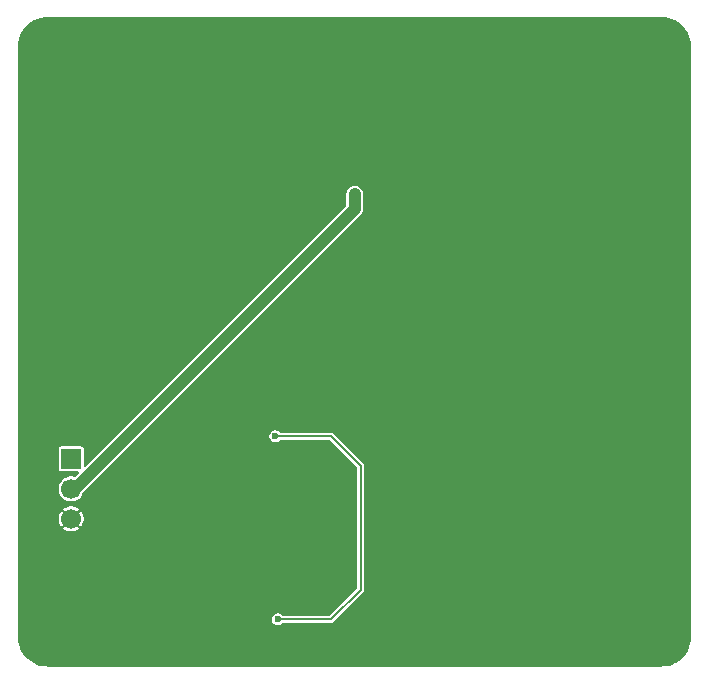
<source format=gbr>
G04 #@! TF.GenerationSoftware,KiCad,Pcbnew,9.0.6*
G04 #@! TF.CreationDate,2025-12-23T18:22:04-05:00*
G04 #@! TF.ProjectId,project-bed-light,70726f6a-6563-4742-9d62-65642d6c6967,rev?*
G04 #@! TF.SameCoordinates,Original*
G04 #@! TF.FileFunction,Copper,L2,Bot*
G04 #@! TF.FilePolarity,Positive*
%FSLAX46Y46*%
G04 Gerber Fmt 4.6, Leading zero omitted, Abs format (unit mm)*
G04 Created by KiCad (PCBNEW 9.0.6) date 2025-12-23 18:22:04*
%MOMM*%
%LPD*%
G01*
G04 APERTURE LIST*
G04 #@! TA.AperFunction,ComponentPad*
%ADD10C,4.500000*%
G04 #@! TD*
G04 #@! TA.AperFunction,ComponentPad*
%ADD11R,1.700000X1.700000*%
G04 #@! TD*
G04 #@! TA.AperFunction,ComponentPad*
%ADD12C,1.700000*%
G04 #@! TD*
G04 #@! TA.AperFunction,ViaPad*
%ADD13C,0.600000*%
G04 #@! TD*
G04 #@! TA.AperFunction,Conductor*
%ADD14C,1.000000*%
G04 #@! TD*
G04 #@! TA.AperFunction,Conductor*
%ADD15C,0.200000*%
G04 #@! TD*
G04 APERTURE END LIST*
D10*
G04 #@! TO.P,H1,1,1*
G04 #@! TO.N,GND*
X24000000Y-24000000D03*
G04 #@! TD*
D11*
G04 #@! TO.P,J3,1,Pin_1*
G04 #@! TO.N,+3.3V*
X26000000Y-58920000D03*
D12*
G04 #@! TO.P,J3,2,Pin_2*
G04 #@! TO.N,+5V*
X26000000Y-61460000D03*
G04 #@! TO.P,J3,3,Pin_3*
G04 #@! TO.N,GND*
X26000000Y-64000000D03*
G04 #@! TD*
D10*
G04 #@! TO.P,H4,1,1*
G04 #@! TO.N,GND*
X76000000Y-74000000D03*
G04 #@! TD*
G04 #@! TO.P,H3,1,1*
G04 #@! TO.N,GND*
X24000000Y-74000000D03*
G04 #@! TD*
D13*
G04 #@! TO.N,GND*
X57250000Y-58250000D03*
X53000000Y-58250000D03*
X76500000Y-27750000D03*
X76500000Y-26250000D03*
X76500000Y-27000000D03*
X61500000Y-27750000D03*
X61500000Y-26250000D03*
X61500000Y-27000000D03*
X22500000Y-38000000D03*
X22500000Y-30000000D03*
X45250000Y-29000000D03*
X75500000Y-46000000D03*
X75500000Y-44000000D03*
X75500000Y-45000000D03*
X67250000Y-60500000D03*
X68700528Y-60512186D03*
X68000000Y-60500000D03*
X68750000Y-75500000D03*
X68000000Y-75500000D03*
X67250000Y-75500000D03*
X53200000Y-69000000D03*
X43750000Y-69750000D03*
X45500000Y-65750000D03*
X39000000Y-72250000D03*
X46250000Y-70750000D03*
X43750000Y-66500000D03*
X49000000Y-64250000D03*
X48250000Y-64250000D03*
X47500000Y-64250000D03*
X47500000Y-63250000D03*
X47500000Y-61750000D03*
X47500000Y-62500000D03*
X47500000Y-60000000D03*
X47500000Y-58500000D03*
X47500000Y-59250000D03*
G04 #@! TO.N,+5V*
X43500000Y-72500000D03*
X43275000Y-57000000D03*
X50000000Y-36500000D03*
G04 #@! TD*
D14*
G04 #@! TO.N,+5V*
X50000000Y-37750000D02*
X50000000Y-36500000D01*
D15*
X50500000Y-70000000D02*
X48000000Y-72500000D01*
X48000000Y-72500000D02*
X43500000Y-72500000D01*
D14*
X26000000Y-61460000D02*
X26290000Y-61460000D01*
D15*
X48000000Y-57000000D02*
X50500000Y-59500000D01*
X43275000Y-57000000D02*
X48000000Y-57000000D01*
D14*
X26290000Y-61460000D02*
X50000000Y-37750000D01*
D15*
X50500000Y-59500000D02*
X50500000Y-70000000D01*
G04 #@! TD*
G04 #@! TA.AperFunction,Conductor*
G04 #@! TO.N,GND*
G36*
X76002992Y-21500681D02*
G01*
X76295309Y-21518362D01*
X76307164Y-21519802D01*
X76592281Y-21572051D01*
X76603883Y-21574911D01*
X76880623Y-21661147D01*
X76891786Y-21665380D01*
X77156119Y-21784347D01*
X77166704Y-21789903D01*
X77414758Y-21939856D01*
X77424583Y-21946638D01*
X77652755Y-22125399D01*
X77661704Y-22133326D01*
X77866673Y-22338295D01*
X77874600Y-22347244D01*
X77995481Y-22501538D01*
X78053356Y-22575409D01*
X78060147Y-22585248D01*
X78210096Y-22833295D01*
X78215652Y-22843880D01*
X78334616Y-23108206D01*
X78338855Y-23119384D01*
X78425087Y-23396113D01*
X78427948Y-23407721D01*
X78480196Y-23692828D01*
X78481637Y-23704695D01*
X78499319Y-23997006D01*
X78499500Y-24002984D01*
X78499500Y-73997015D01*
X78499319Y-74002993D01*
X78481637Y-74295304D01*
X78480196Y-74307171D01*
X78427948Y-74592278D01*
X78425087Y-74603886D01*
X78338855Y-74880615D01*
X78334616Y-74891793D01*
X78215652Y-75156119D01*
X78210096Y-75166704D01*
X78060147Y-75414751D01*
X78053356Y-75424590D01*
X77874600Y-75652755D01*
X77866673Y-75661704D01*
X77661704Y-75866673D01*
X77652755Y-75874600D01*
X77424590Y-76053356D01*
X77414751Y-76060147D01*
X77166704Y-76210096D01*
X77156119Y-76215652D01*
X76891793Y-76334616D01*
X76880615Y-76338855D01*
X76603886Y-76425087D01*
X76592278Y-76427948D01*
X76307171Y-76480196D01*
X76295304Y-76481637D01*
X76023993Y-76498048D01*
X76002991Y-76499319D01*
X75997015Y-76499500D01*
X24002985Y-76499500D01*
X23997008Y-76499319D01*
X23973564Y-76497900D01*
X23704695Y-76481637D01*
X23692828Y-76480196D01*
X23407721Y-76427948D01*
X23396113Y-76425087D01*
X23119384Y-76338855D01*
X23108206Y-76334616D01*
X22843880Y-76215652D01*
X22833295Y-76210096D01*
X22585248Y-76060147D01*
X22575413Y-76053358D01*
X22347244Y-75874600D01*
X22338295Y-75866673D01*
X22133326Y-75661704D01*
X22125399Y-75652755D01*
X21946638Y-75424583D01*
X21939856Y-75414758D01*
X21789903Y-75166704D01*
X21784347Y-75156119D01*
X21665383Y-74891793D01*
X21661147Y-74880623D01*
X21574911Y-74603883D01*
X21572051Y-74592278D01*
X21519803Y-74307171D01*
X21518362Y-74295303D01*
X21500681Y-74002992D01*
X21500500Y-73997015D01*
X21500500Y-63896581D01*
X24950000Y-63896581D01*
X24950000Y-64103418D01*
X24990349Y-64306272D01*
X25069501Y-64497360D01*
X25069508Y-64497374D01*
X25184405Y-64669329D01*
X25186826Y-64671750D01*
X25582210Y-64276365D01*
X25599901Y-64307007D01*
X25692993Y-64400099D01*
X25723632Y-64417788D01*
X25328249Y-64813173D01*
X25330670Y-64815594D01*
X25502625Y-64930491D01*
X25502639Y-64930498D01*
X25693727Y-65009650D01*
X25896581Y-65049999D01*
X25896586Y-65050000D01*
X26103414Y-65050000D01*
X26103418Y-65049999D01*
X26306272Y-65009650D01*
X26497360Y-64930498D01*
X26497366Y-64930495D01*
X26669333Y-64815591D01*
X26671750Y-64813173D01*
X26276366Y-64417789D01*
X26307007Y-64400099D01*
X26400099Y-64307007D01*
X26417789Y-64276366D01*
X26813173Y-64671750D01*
X26815591Y-64669333D01*
X26930495Y-64497366D01*
X26930498Y-64497360D01*
X27009650Y-64306272D01*
X27049999Y-64103418D01*
X27050000Y-64103413D01*
X27050000Y-63896586D01*
X27049999Y-63896581D01*
X27009650Y-63693727D01*
X26930498Y-63502639D01*
X26930491Y-63502625D01*
X26815594Y-63330670D01*
X26813173Y-63328249D01*
X26417788Y-63723632D01*
X26400099Y-63692993D01*
X26307007Y-63599901D01*
X26276365Y-63582210D01*
X26671750Y-63186826D01*
X26669329Y-63184405D01*
X26497374Y-63069508D01*
X26497360Y-63069501D01*
X26306272Y-62990349D01*
X26103418Y-62950000D01*
X25896581Y-62950000D01*
X25693727Y-62990349D01*
X25502639Y-63069501D01*
X25502630Y-63069505D01*
X25330665Y-63184410D01*
X25328248Y-63186825D01*
X25723633Y-63582210D01*
X25692993Y-63599901D01*
X25599901Y-63692993D01*
X25582210Y-63723633D01*
X25186825Y-63328248D01*
X25184410Y-63330665D01*
X25069505Y-63502630D01*
X25069501Y-63502639D01*
X24990349Y-63693727D01*
X24950000Y-63896581D01*
X21500500Y-63896581D01*
X21500500Y-58050253D01*
X24949500Y-58050253D01*
X24949500Y-59789746D01*
X24949501Y-59789758D01*
X24961132Y-59848227D01*
X24961133Y-59848231D01*
X25005448Y-59914552D01*
X25071769Y-59958867D01*
X25116231Y-59967711D01*
X25130241Y-59970498D01*
X25130246Y-59970498D01*
X25130252Y-59970500D01*
X26549836Y-59970500D01*
X26608027Y-59989407D01*
X26643991Y-60038907D01*
X26643991Y-60100093D01*
X26619839Y-60139504D01*
X26346383Y-60412958D01*
X26291867Y-60440735D01*
X26257067Y-60440052D01*
X26103470Y-60409500D01*
X26103465Y-60409500D01*
X25896535Y-60409500D01*
X25896532Y-60409500D01*
X25693581Y-60449869D01*
X25502402Y-60529058D01*
X25330348Y-60644020D01*
X25184020Y-60790348D01*
X25069058Y-60962402D01*
X24989869Y-61153581D01*
X24949500Y-61356532D01*
X24949500Y-61563467D01*
X24989869Y-61766418D01*
X25069058Y-61957597D01*
X25069059Y-61957598D01*
X25184023Y-62129655D01*
X25330345Y-62275977D01*
X25502402Y-62390941D01*
X25693580Y-62470130D01*
X25896535Y-62510500D01*
X25896536Y-62510500D01*
X26103464Y-62510500D01*
X26103465Y-62510500D01*
X26306420Y-62470130D01*
X26497598Y-62390941D01*
X26669655Y-62275977D01*
X26815977Y-62129655D01*
X26930941Y-61957598D01*
X27010130Y-61766420D01*
X27013183Y-61751069D01*
X27040275Y-61700380D01*
X31806547Y-56934108D01*
X42774500Y-56934108D01*
X42774500Y-57065892D01*
X42804579Y-57178151D01*
X42808609Y-57193190D01*
X42874496Y-57307309D01*
X42874498Y-57307311D01*
X42874500Y-57307314D01*
X42967686Y-57400500D01*
X42967688Y-57400501D01*
X42967690Y-57400503D01*
X43081810Y-57466390D01*
X43081808Y-57466390D01*
X43081812Y-57466391D01*
X43081814Y-57466392D01*
X43209108Y-57500500D01*
X43209110Y-57500500D01*
X43340890Y-57500500D01*
X43340892Y-57500500D01*
X43468186Y-57466392D01*
X43468188Y-57466390D01*
X43468190Y-57466390D01*
X43582309Y-57400503D01*
X43582309Y-57400502D01*
X43582314Y-57400500D01*
X43653319Y-57329494D01*
X43707834Y-57301719D01*
X43723321Y-57300500D01*
X47834521Y-57300500D01*
X47892712Y-57319407D01*
X47904525Y-57329496D01*
X50170504Y-59595475D01*
X50198281Y-59649992D01*
X50199500Y-59665479D01*
X50199500Y-69834521D01*
X50180593Y-69892712D01*
X50170504Y-69904525D01*
X47904525Y-72170504D01*
X47850008Y-72198281D01*
X47834521Y-72199500D01*
X43948321Y-72199500D01*
X43890130Y-72180593D01*
X43878323Y-72170509D01*
X43807314Y-72099500D01*
X43807311Y-72099498D01*
X43807309Y-72099496D01*
X43693189Y-72033609D01*
X43693191Y-72033609D01*
X43643799Y-72020375D01*
X43565892Y-71999500D01*
X43434108Y-71999500D01*
X43356200Y-72020375D01*
X43306809Y-72033609D01*
X43192690Y-72099496D01*
X43099496Y-72192690D01*
X43033609Y-72306809D01*
X43033608Y-72306814D01*
X42999500Y-72434108D01*
X42999500Y-72565892D01*
X43029579Y-72678151D01*
X43033609Y-72693190D01*
X43099496Y-72807309D01*
X43099498Y-72807311D01*
X43099500Y-72807314D01*
X43192686Y-72900500D01*
X43192688Y-72900501D01*
X43192690Y-72900503D01*
X43306810Y-72966390D01*
X43306808Y-72966390D01*
X43306812Y-72966391D01*
X43306814Y-72966392D01*
X43434108Y-73000500D01*
X43434110Y-73000500D01*
X43565890Y-73000500D01*
X43565892Y-73000500D01*
X43693186Y-72966392D01*
X43693188Y-72966390D01*
X43693190Y-72966390D01*
X43807309Y-72900503D01*
X43807309Y-72900502D01*
X43807314Y-72900500D01*
X43878319Y-72829494D01*
X43932834Y-72801719D01*
X43948321Y-72800500D01*
X48039563Y-72800500D01*
X48039563Y-72800499D01*
X48115989Y-72780021D01*
X48184511Y-72740460D01*
X48240460Y-72684511D01*
X50740460Y-70184511D01*
X50780021Y-70115989D01*
X50800500Y-70039562D01*
X50800500Y-59460438D01*
X50780021Y-59384011D01*
X50740460Y-59315489D01*
X50684511Y-59259539D01*
X50684511Y-59259540D01*
X48184511Y-56759540D01*
X48175066Y-56754087D01*
X48115989Y-56719979D01*
X48115988Y-56719978D01*
X48115987Y-56719978D01*
X48039564Y-56699500D01*
X48039562Y-56699500D01*
X43723321Y-56699500D01*
X43665130Y-56680593D01*
X43653323Y-56670509D01*
X43582314Y-56599500D01*
X43582311Y-56599498D01*
X43582309Y-56599496D01*
X43468189Y-56533609D01*
X43468191Y-56533609D01*
X43418799Y-56520375D01*
X43340892Y-56499500D01*
X43209108Y-56499500D01*
X43131200Y-56520375D01*
X43081809Y-56533609D01*
X42967690Y-56599496D01*
X42874496Y-56692690D01*
X42808609Y-56806809D01*
X42808608Y-56806814D01*
X42774500Y-56934108D01*
X31806547Y-56934108D01*
X50544114Y-38196543D01*
X50620775Y-38081811D01*
X50673580Y-37954328D01*
X50700500Y-37818994D01*
X50700500Y-37681006D01*
X50700500Y-36431007D01*
X50673580Y-36295672D01*
X50620775Y-36168189D01*
X50620774Y-36168187D01*
X50620771Y-36168182D01*
X50544114Y-36053458D01*
X50446541Y-35955885D01*
X50331817Y-35879228D01*
X50331806Y-35879222D01*
X50204328Y-35826420D01*
X50068995Y-35799500D01*
X50068993Y-35799500D01*
X49931007Y-35799500D01*
X49931004Y-35799500D01*
X49795672Y-35826420D01*
X49795670Y-35826420D01*
X49668193Y-35879222D01*
X49668182Y-35879228D01*
X49553458Y-35955885D01*
X49455885Y-36053458D01*
X49379228Y-36168182D01*
X49379222Y-36168193D01*
X49326420Y-36295670D01*
X49326420Y-36295672D01*
X49299500Y-36431004D01*
X49299500Y-37418835D01*
X49280593Y-37477026D01*
X49270504Y-37488839D01*
X27219504Y-59539839D01*
X27164987Y-59567616D01*
X27104555Y-59558045D01*
X27061290Y-59514780D01*
X27050500Y-59469835D01*
X27050500Y-58050253D01*
X27050498Y-58050241D01*
X27047711Y-58036231D01*
X27038867Y-57991769D01*
X26994552Y-57925448D01*
X26994548Y-57925445D01*
X26928233Y-57881134D01*
X26928231Y-57881133D01*
X26928228Y-57881132D01*
X26928227Y-57881132D01*
X26869758Y-57869501D01*
X26869748Y-57869500D01*
X25130252Y-57869500D01*
X25130251Y-57869500D01*
X25130241Y-57869501D01*
X25071772Y-57881132D01*
X25071766Y-57881134D01*
X25005451Y-57925445D01*
X25005445Y-57925451D01*
X24961134Y-57991766D01*
X24961132Y-57991772D01*
X24949501Y-58050241D01*
X24949500Y-58050253D01*
X21500500Y-58050253D01*
X21500500Y-24002984D01*
X21500681Y-23997007D01*
X21518362Y-23704696D01*
X21518363Y-23704695D01*
X21518362Y-23704688D01*
X21519801Y-23692837D01*
X21572052Y-23407714D01*
X21574912Y-23396113D01*
X21661148Y-23119370D01*
X21665378Y-23108218D01*
X21784350Y-22843873D01*
X21789899Y-22833302D01*
X21939861Y-22585233D01*
X21946632Y-22575423D01*
X22125406Y-22347235D01*
X22133318Y-22338303D01*
X22338303Y-22133318D01*
X22347235Y-22125406D01*
X22575423Y-21946632D01*
X22585233Y-21939861D01*
X22833302Y-21789899D01*
X22843873Y-21784350D01*
X23108218Y-21665378D01*
X23119370Y-21661148D01*
X23396120Y-21574910D01*
X23407714Y-21572052D01*
X23692837Y-21519801D01*
X23704688Y-21518362D01*
X23997008Y-21500681D01*
X24002985Y-21500500D01*
X24065892Y-21500500D01*
X75934108Y-21500500D01*
X75997015Y-21500500D01*
X76002992Y-21500681D01*
G37*
G04 #@! TD.AperFunction*
G04 #@! TD*
M02*

</source>
